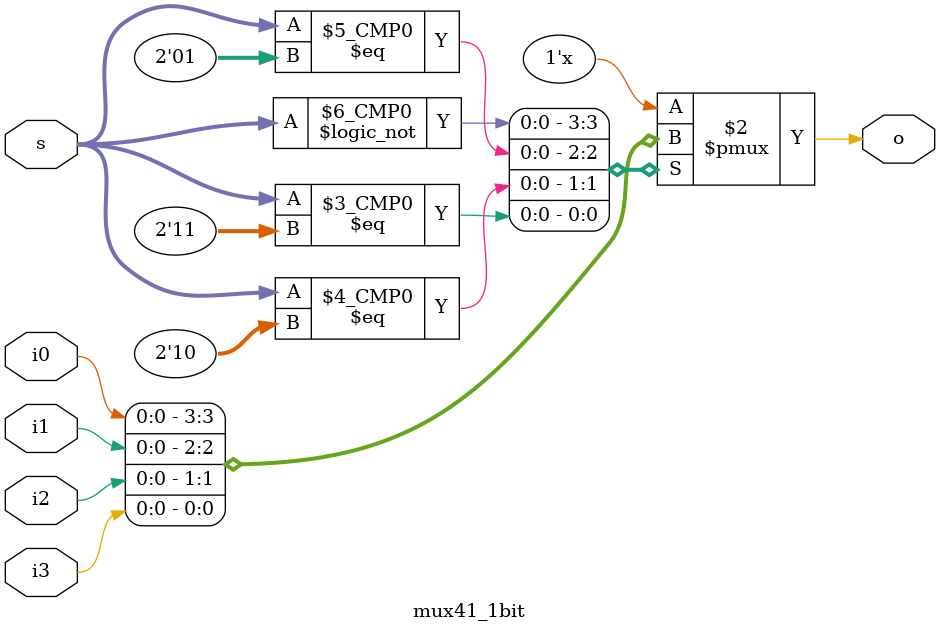
<source format=v>
`timescale 1ns / 1ps


module mux41_1bit(
  input i0, i1, i2, i3,
  input [1:0] s,
  output reg o
);
  always @* begin
    case(s)
      2'b00: o = i0;
      2'b01: o = i1;
      2'b10: o = i2;
      2'b11: o = i3;
    endcase
  end
endmodule


</source>
